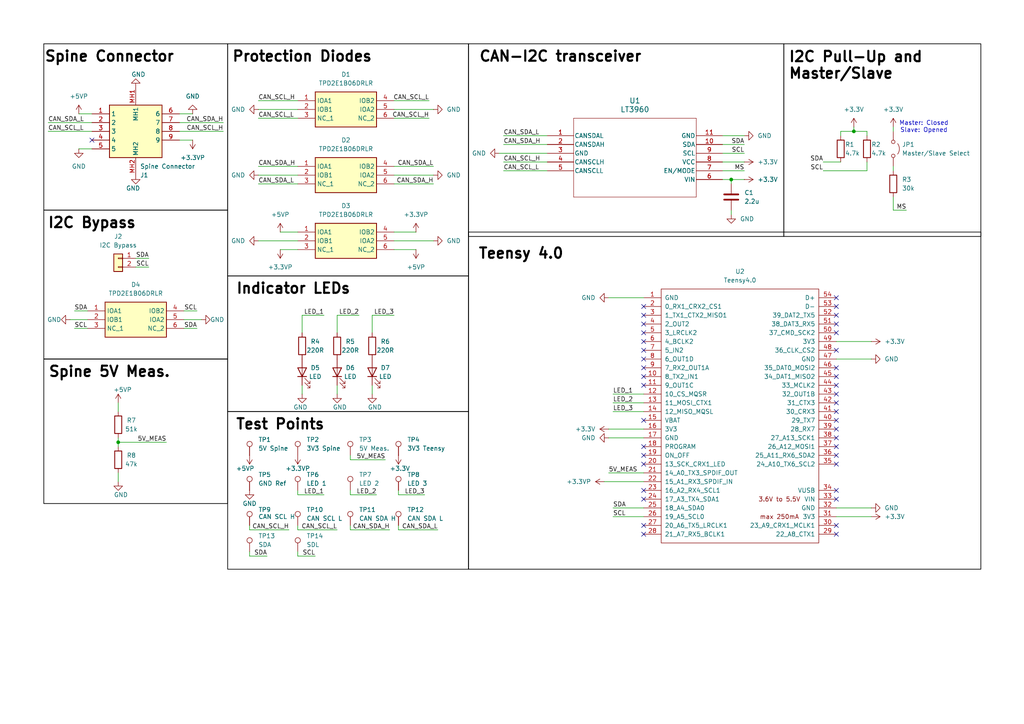
<source format=kicad_sch>
(kicad_sch (version 20231120) (generator "eeschema") (generator_version "8.0")
  (paper "A4")
  (title_block (title "Firehorn AV Test Support Equippment") (date "2024"))
  (lib_symbols
    (symbol "Connector:TestPoint" (pin_numbers hide) (pin_names (offset 0.762) hide)
      (property "Reference" "TP" (at 0 6.858 0))
      (property "Value" "TestPoint" (at 0 5.08 0))
      (symbol "TestPoint_0_1"
        (circle (center 0 3.302) (radius 0.762))
      )
      (symbol "TestPoint_1_1"
        (pin passive line (at 0 0 90) (length 2.54) (name "1") (number "1"))
      )
    )
    (symbol "Connector_Generic:Conn_01x02" (pin_names (offset 1.016) hide)
      (property "Reference" "J" (at 0 2.54 0))
      (property "Value" "Conn_01x02" (at 0 -5.08 0))
      (symbol "Conn_01x02_1_1"
        (rectangle (start -1.27 -2.413) (end 0 -2.667) (stroke (width 0.1524)))
        (rectangle (start -1.27 0.127) (end 0 -0.127) (stroke (width 0.1524)))
        (rectangle (start -1.27 1.27) (end 1.27 -3.81) (stroke (width 0.254)) (fill (type background)))
        (pin passive line (at -5.08 0 0) (length 3.81) (name "Pin_1") (number "1"))
        (pin passive line (at -5.08 -2.54 0) (length 3.81) (name "Pin_2") (number "2"))
      )
    )
    (symbol "Device:C" (pin_numbers hide) (pin_names (offset 0.254))
      (property "Reference" "C" (at 0.635 2.54 0))
      (property "Value" "C" (at 0.635 -2.54 0))
      (symbol "C_0_1"
        (polyline (pts (xy -2.032 -0.762) (xy 2.032 -0.762)) (stroke (width 0.508)))
        (polyline (pts (xy -2.032 0.762) (xy 2.032 0.762)) (stroke (width 0.508)))
      )
      (symbol "C_1_1"
        (pin passive line (at 0 3.81 270) (length 2.794) (name "~") (number "1"))
        (pin passive line (at 0 -3.81 90) (length 2.794) (name "~") (number "2"))
      )
    )
    (symbol "Device:LED" (pin_numbers hide) (pin_names (offset 1.016) hide)
      (property "Reference" "D" (at 0 2.54 0))
      (property "Value" "LED" (at 0 -2.54 0))
      (symbol "LED_0_1"
        (polyline (pts (xy -1.27 -1.27) (xy -1.27 1.27)) (stroke (width 0.254)))
        (polyline (pts (xy -1.27 0) (xy 1.27 0)))
        (polyline (pts (xy 1.27 -1.27) (xy 1.27 1.27) (xy -1.27 0) (xy 1.27 -1.27)) (stroke (width 0.254)))
        (polyline (pts (xy -3.048 -0.762) (xy -4.572 -2.286) (xy -3.81 -2.286) (xy -4.572 -2.286) (xy -4.572 -1.524)))
        (polyline (pts (xy -1.778 -0.762) (xy -3.302 -2.286) (xy -2.54 -2.286) (xy -3.302 -2.286) (xy -3.302 -1.524)))
      )
      (symbol "LED_1_1"
        (pin passive line (at -3.81 0 0) (length 2.54) (name "K") (number "1"))
        (pin passive line (at 3.81 0 180) (length 2.54) (name "A") (number "2"))
      )
    )
    (symbol "Device:R" (pin_numbers hide) (pin_names (offset 0))
      (property "Reference" "R" (at 2.032 0 90))
      (property "Value" "R" (at 0 0 90))
      (symbol "R_0_1"
        (rectangle (start -1.016 -2.54) (end 1.016 2.54) (stroke (width 0.254)))
      )
      (symbol "R_1_1"
        (pin passive line (at 0 3.81 270) (length 1.27) (name "~") (number "1"))
        (pin passive line (at 0 -3.81 90) (length 1.27) (name "~") (number "2"))
      )
    )
    (symbol "G17C0910132EU:G17C0910132EU"
      (property "Reference" "J" (at 21.59 12.7 0))
      (property "Value" "G17C0910132EU" (at 21.59 10.16 0))
      (symbol "G17C0910132EU_1_1"
        (rectangle (start 5.08 7.62) (end 20.32 -7.62) (stroke (width 0.254)) (fill (type background)))
        (pin passive line (at 7.62 12.7 270) (length 5.08) (name "1") (number "1"))
        (pin passive line (at 10.16 12.7 270) (length 5.08) (name "2") (number "2"))
        (pin passive line (at 12.7 12.7 270) (length 5.08) (name "3") (number "3"))
        (pin passive line (at 15.24 12.7 270) (length 5.08) (name "4") (number "4"))
        (pin passive line (at 17.78 12.7 270) (length 5.08) (name "5") (number "5"))
        (pin passive line (at 7.62 -12.7 90) (length 5.08) (name "6") (number "6"))
        (pin passive line (at 10.16 -12.7 90) (length 5.08) (name "7") (number "7"))
        (pin passive line (at 12.7 -12.7 90) (length 5.08) (name "8") (number "8"))
        (pin passive line (at 15.24 -12.7 90) (length 5.08) (name "9") (number "9"))
        (pin passive line (at 0 0 0) (length 5.08) (name "MH1") (number "MH1"))
        (pin passive line (at 25.4 0 180) (length 5.08) (name "MH2") (number "MH2"))
      )
    )
    (symbol "Jumper:Jumper_2_Open" (pin_numbers hide) (pin_names (offset 0) hide) (exclude_from_sim yes)
      (property "Reference" "JP" (at 0 2.794 0))
      (property "Value" "Jumper_2_Open" (at 0 -2.286 0))
      (symbol "Jumper_2_Open_0_0"
        (circle (center -2.032 0) (radius 0.508))
        (circle (center 2.032 0) (radius 0.508))
      )
      (symbol "Jumper_2_Open_0_1"
        (arc (start 1.524 1.27) (mid 0 1.778) (end -1.524 1.27))
      )
      (symbol "Jumper_2_Open_1_1"
        (pin passive line (at -5.08 0 0) (length 2.54) (name "A") (number "1"))
        (pin passive line (at 5.08 0 180) (length 2.54) (name "B") (number "2"))
      )
    )
    (symbol "LT3960:LT3960" (pin_names (offset 0.254))
      (property "Reference" "U" (at 25.4 10.16 0))
      (property "Value" "LT3960" (at 25.4 7.62 0))
      (symbol "LT3960_0_1"
        (polyline (pts (xy 7.62 -17.78) (xy 43.18 -17.78)) (stroke (width 0.127)))
        (polyline (pts (xy 7.62 5.08) (xy 7.62 -17.78)) (stroke (width 0.127)))
        (polyline (pts (xy 43.18 -17.78) (xy 43.18 5.08)) (stroke (width 0.127)))
        (polyline (pts (xy 43.18 5.08) (xy 7.62 5.08)) (stroke (width 0.127)))
        (pin bidirectional line (at 0 0 0) (length 7.62) (name "CANSDAL") (number "1"))
        (pin bidirectional line (at 50.8 -2.54 180) (length 7.62) (name "SDA") (number "10"))
        (pin power_out line (at 50.8 0 180) (length 7.62) (name "GND") (number "11"))
        (pin bidirectional line (at 0 -2.54 0) (length 7.62) (name "CANSDAH") (number "2"))
        (pin power_out line (at 0 -5.08 0) (length 7.62) (name "GND") (number "3"))
        (pin bidirectional line (at 0 -7.62 0) (length 7.62) (name "CANSCLH") (number "4"))
        (pin bidirectional line (at 0 -10.16 0) (length 7.62) (name "CANSCLL") (number "5"))
        (pin power_in line (at 50.8 -12.7 180) (length 7.62) (name "VIN") (number "6"))
        (pin input line (at 50.8 -10.16 180) (length 7.62) (name "EN/MODE") (number "7"))
        (pin power_in line (at 50.8 -7.62 180) (length 7.62) (name "VCC") (number "8"))
        (pin bidirectional line (at 50.8 -5.08 180) (length 7.62) (name "SCL") (number "9"))
      )
    )
    (symbol "TPD2E1B06DRLR:TPD2E1B06DRLR"
      (property "Reference" "D" (at 24.13 7.62 0))
      (property "Value" "TPD2E1B06DRLR" (at 24.13 5.08 0))
      (symbol "TPD2E1B06DRLR_1_1"
        (rectangle (start 5.08 2.54) (end 22.86 -7.62) (stroke (width 0.254)) (fill (type background)))
        (pin passive line (at 0 0 0) (length 5.08) (name "IOA1") (number "1"))
        (pin passive line (at 0 -2.54 0) (length 5.08) (name "IOB1") (number "2"))
        (pin passive line (at 0 -5.08 0) (length 5.08) (name "NC_1") (number "3"))
        (pin passive line (at 27.94 0 180) (length 5.08) (name "IOB2") (number "4"))
        (pin passive line (at 27.94 -2.54 180) (length 5.08) (name "IOA2") (number "5"))
        (pin passive line (at 27.94 -5.08 180) (length 5.08) (name "NC_2") (number "6"))
      )
    )
    (symbol "Teensy:Teensy4.0" (pin_names (offset 1.016))
      (property "Reference" "U" (at 0 39.37 0))
      (property "Value" "Teensy4.0" (at 0 -39.37 0))
      (symbol "Teensy4.0_0_0"
        (text "3.6V to 5.5V" (at 11.43 -24.13 0) (effects (font (size 1.27 1.27))))
        (text "max 250mA" (at 11.43 -29.21 0) (effects (font (size 1.27 1.27))))
        (pin bidirectional line (at -27.94 11.43 0) (length 5.08) (name "8_TX2_IN1") (number "10"))
        (pin bidirectional line (at -27.94 8.89 0) (length 5.08) (name "9_OUT1C") (number "11"))
        (pin bidirectional line (at -27.94 6.35 0) (length 5.08) (name "10_CS_MQSR") (number "12"))
        (pin bidirectional line (at -27.94 3.81 0) (length 5.08) (name "11_MOSI_CTX1") (number "13"))
        (pin bidirectional line (at -27.94 1.27 0) (length 5.08) (name "12_MISO_MQSL") (number "14"))
        (pin power_in line (at -27.94 -1.27 0) (length 5.08) (name "VBAT") (number "15"))
        (pin power_in line (at -27.94 -3.81 0) (length 5.08) (name "3V3") (number "16"))
        (pin power_in line (at -27.94 -6.35 0) (length 5.08) (name "GND") (number "17"))
        (pin input line (at -27.94 -8.89 0) (length 5.08) (name "PROGRAM") (number "18"))
        (pin input line (at -27.94 -11.43 0) (length 5.08) (name "ON_OFF") (number "19"))
        (pin bidirectional line (at -27.94 -13.97 0) (length 5.08) (name "13_SCK_CRX1_LED") (number "20"))
        (pin bidirectional line (at -27.94 -16.51 0) (length 5.08) (name "14_A0_TX3_SPDIF_OUT") (number "21"))
        (pin bidirectional line (at -27.94 -19.05 0) (length 5.08) (name "15_A1_RX3_SPDIF_IN") (number "22"))
        (pin bidirectional line (at -27.94 -21.59 0) (length 5.08) (name "16_A2_RX4_SCL1") (number "23"))
        (pin bidirectional line (at -27.94 -24.13 0) (length 5.08) (name "17_A3_TX4_SDA1") (number "24"))
        (pin bidirectional line (at -27.94 -26.67 0) (length 5.08) (name "18_A4_SDA0") (number "25"))
        (pin bidirectional line (at -27.94 -29.21 0) (length 5.08) (name "19_A5_SCL0") (number "26"))
        (pin bidirectional line (at -27.94 -31.75 0) (length 5.08) (name "20_A6_TX5_LRCLK1") (number "27"))
        (pin bidirectional line (at -27.94 -34.29 0) (length 5.08) (name "21_A7_RX5_BCLK1") (number "28"))
        (pin bidirectional line (at 27.94 -34.29 180) (length 5.08) (name "22_A8_CTX1") (number "29"))
        (pin bidirectional line (at 27.94 -31.75 180) (length 5.08) (name "23_A9_CRX1_MCLK1") (number "30"))
        (pin power_out line (at 27.94 -29.21 180) (length 5.08) (name "3V3") (number "31"))
        (pin power_in line (at 27.94 -26.67 180) (length 5.08) (name "GND") (number "32"))
        (pin power_in line (at 27.94 -24.13 180) (length 5.08) (name "VIN") (number "33"))
        (pin power_out line (at 27.94 -21.59 180) (length 5.08) (name "VUSB") (number "34"))
        (pin bidirectional line (at 27.94 -13.97 180) (length 5.08) (name "24_A10_TX6_SCL2") (number "35"))
        (pin bidirectional line (at 27.94 -11.43 180) (length 5.08) (name "25_A11_RX6_SDA2") (number "36"))
        (pin bidirectional line (at 27.94 -8.89 180) (length 5.08) (name "26_A12_MOSI1") (number "37"))
        (pin bidirectional line (at 27.94 -6.35 180) (length 5.08) (name "27_A13_SCK1") (number "38"))
        (pin bidirectional line (at 27.94 -3.81 180) (length 5.08) (name "28_RX7") (number "39"))
        (pin bidirectional line (at 27.94 -1.27 180) (length 5.08) (name "29_TX7") (number "40"))
        (pin bidirectional line (at 27.94 1.27 180) (length 5.08) (name "30_CRX3") (number "41"))
        (pin bidirectional line (at 27.94 3.81 180) (length 5.08) (name "31_CTX3") (number "42"))
        (pin bidirectional line (at 27.94 6.35 180) (length 5.08) (name "32_OUT1B") (number "43"))
        (pin bidirectional line (at 27.94 8.89 180) (length 5.08) (name "33_MCLK2") (number "44"))
        (pin bidirectional line (at 27.94 11.43 180) (length 5.08) (name "34_DAT1_MISO2") (number "45"))
        (pin bidirectional line (at 27.94 13.97 180) (length 5.08) (name "35_DAT0_MOSI2") (number "46"))
        (pin power_out line (at 27.94 16.51 180) (length 5.08) (name "GND") (number "47"))
        (pin bidirectional line (at 27.94 19.05 180) (length 5.08) (name "36_CLK_CS2") (number "48"))
        (pin power_out line (at 27.94 21.59 180) (length 5.08) (name "3V3") (number "49"))
        (pin bidirectional line (at -27.94 24.13 0) (length 5.08) (name "3_LRCLK2") (number "5"))
        (pin bidirectional line (at 27.94 24.13 180) (length 5.08) (name "37_CMD_SCK2") (number "50"))
        (pin bidirectional line (at 27.94 26.67 180) (length 5.08) (name "38_DAT3_RX5") (number "51"))
        (pin bidirectional line (at 27.94 29.21 180) (length 5.08) (name "39_DAT2_TX5") (number "52"))
        (pin bidirectional line (at 27.94 31.75 180) (length 5.08) (name "D-") (number "53"))
        (pin bidirectional line (at 27.94 34.29 180) (length 5.08) (name "D+") (number "54"))
        (pin bidirectional line (at -27.94 21.59 0) (length 5.08) (name "4_BCLK2") (number "6"))
        (pin bidirectional line (at -27.94 19.05 0) (length 5.08) (name "5_IN2") (number "7"))
        (pin bidirectional line (at -27.94 16.51 0) (length 5.08) (name "6_OUT1D") (number "8"))
        (pin bidirectional line (at -27.94 13.97 0) (length 5.08) (name "7_RX2_OUT1A") (number "9"))
      )
      (symbol "Teensy4.0_0_1"
        (rectangle (start -22.86 36.83) (end 22.86 -36.83))
        (rectangle (start -20.32 -31.75) (end -20.32 -31.75))
      )
      (symbol "Teensy4.0_1_1"
        (pin power_in line (at -27.94 34.29 0) (length 5.08) (name "GND") (number "1"))
        (pin bidirectional line (at -27.94 31.75 0) (length 5.08) (name "0_RX1_CRX2_CS1") (number "2"))
        (pin bidirectional line (at -27.94 29.21 0) (length 5.08) (name "1_TX1_CTX2_MISO1") (number "3"))
        (pin bidirectional line (at -27.94 26.67 0) (length 5.08) (name "2_OUT2") (number "4"))
      )
    )
    (symbol "power:+3.3V" (power) (pin_numbers hide) (pin_names (offset 0) hide)
      (property "Value" "+3.3V" (at 0 3.556 0))
      (symbol "+3.3V_0_1"
        (polyline (pts (xy -0.762 1.27) (xy 0 2.54)))
        (polyline (pts (xy 0 0) (xy 0 2.54)))
        (polyline (pts (xy 0 2.54) (xy 0.762 1.27)))
      )
      (symbol "+3.3V_1_1"
        (pin power_in line (at 0 0 90) (length 0) (name "~") (number "1"))
      )
    )
    (symbol "power:+3.3VP" (power) (pin_numbers hide) (pin_names (offset 0) hide)
      (property "Value" "+3.3VP" (at 0 3.556 0))
      (symbol "+3.3VP_0_0"
        (pin power_in line (at 0 0 90) (length 0) (name "~") (number "1"))
      )
      (symbol "+3.3VP_0_1"
        (polyline (pts (xy -0.762 1.27) (xy 0 2.54)))
        (polyline (pts (xy 0 0) (xy 0 2.54)))
        (polyline (pts (xy 0 2.54) (xy 0.762 1.27)))
      )
    )
    (symbol "power:+5VP" (power) (pin_numbers hide) (pin_names (offset 0) hide)
      (property "Value" "+5VP" (at 0 3.556 0))
      (symbol "+5VP_0_1"
        (polyline (pts (xy -0.762 1.27) (xy 0 2.54)))
        (polyline (pts (xy 0 0) (xy 0 2.54)))
        (polyline (pts (xy 0 2.54) (xy 0.762 1.27)))
      )
      (symbol "+5VP_1_1"
        (pin power_in line (at 0 0 90) (length 0) (name "~") (number "1"))
      )
    )
    (symbol "power:GND" (power) (pin_numbers hide) (pin_names (offset 0) hide)
      (property "Value" "GND" (at 0 -3.81 0))
      (symbol "GND_0_1"
        (polyline (pts (xy 0 0) (xy 0 -1.27) (xy 1.27 -1.27) (xy 0 -2.54) (xy -1.27 -1.27) (xy 0 -1.27)))
      )
      (symbol "GND_1_1"
        (pin power_in line (at 0 0 270) (length 0) (name "~") (number "1"))
      )
    )
  )
  (junction (at 247.65 38.1))
  (junction (at 34.29 128.27))
  (junction (at 212.09 52.07))
  (no_connect (at 242.57 101.6))
  (no_connect (at 242.57 106.68))
  (no_connect (at 186.69 104.14))
  (no_connect (at 186.69 134.62))
  (no_connect (at 242.57 116.84))
  (no_connect (at 242.57 96.52))
  (no_connect (at 242.57 86.36))
  (no_connect (at 186.69 109.22))
  (no_connect (at 186.69 142.24))
  (no_connect (at 242.57 134.62))
  (no_connect (at 242.57 152.4))
  (no_connect (at 186.69 111.76))
  (no_connect (at 242.57 91.44))
  (no_connect (at 242.57 144.78))
  (no_connect (at 242.57 121.92))
  (no_connect (at 242.57 154.94))
  (no_connect (at 242.57 119.38))
  (no_connect (at 186.69 99.06))
  (no_connect (at 186.69 106.68))
  (no_connect (at 242.57 142.24))
  (no_connect (at 186.69 152.4))
  (no_connect (at 186.69 93.98))
  (no_connect (at 186.69 91.44))
  (no_connect (at 242.57 132.08))
  (no_connect (at 242.57 109.22))
  (no_connect (at 186.69 96.52))
  (no_connect (at 242.57 129.54))
  (no_connect (at 186.69 154.94))
  (no_connect (at 186.69 132.08))
  (no_connect (at 186.69 101.6))
  (no_connect (at 242.57 88.9))
  (no_connect (at 242.57 127))
  (no_connect (at 186.69 88.9))
  (no_connect (at 186.69 129.54))
  (no_connect (at 186.69 121.92))
  (no_connect (at 26.67 40.64))
  (no_connect (at 242.57 124.46))
  (no_connect (at 242.57 111.76))
  (no_connect (at 242.57 114.3))
  (no_connect (at 242.57 93.98))
  (no_connect (at 186.69 144.78))
  (wire (pts (xy 74.93 48.26) (xy 86.36 48.26)))
  (wire (pts (xy 251.46 38.1) (xy 251.46 39.37)))
  (wire (pts (xy 58.42 92.71) (xy 53.34 92.71)))
  (wire (pts (xy 251.46 49.53) (xy 251.46 46.99)))
  (wire (pts (xy 120.65 67.31) (xy 114.3 67.31)))
  (wire (pts (xy 48.26 128.27) (xy 34.29 128.27)))
  (wire (pts (xy 43.18 74.93) (xy 39.37 74.93)))
  (wire (pts (xy 247.65 38.1) (xy 251.46 38.1)))
  (wire (pts (xy 101.6 143.51) (xy 101.6 142.24)))
  (wire (pts (xy 22.86 43.18) (xy 26.67 43.18)))
  (wire (pts (xy 124.46 34.29) (xy 114.3 34.29)))
  (wire (pts (xy 97.79 153.67) (xy 86.36 153.67)))
  (wire (pts (xy 104.14 91.44) (xy 97.79 91.44)))
  (wire (pts (xy 252.73 104.14) (xy 242.57 104.14)))
  (wire (pts (xy 259.08 60.96) (xy 262.89 60.96)))
  (wire (pts (xy 101.6 133.35) (xy 101.6 132.08)))
  (wire (pts (xy 125.73 31.75) (xy 114.3 31.75)))
  (wire (pts (xy 21.59 95.25) (xy 25.4 95.25)))
  (wire (pts (xy 252.73 99.06) (xy 242.57 99.06)))
  (wire (pts (xy 144.78 44.45) (xy 158.75 44.45)))
  (wire (pts (xy 259.08 57.15) (xy 259.08 60.96)))
  (wire (pts (xy 247.65 36.83) (xy 247.65 38.1)))
  (wire (pts (xy 125.73 69.85) (xy 114.3 69.85)))
  (wire (pts (xy 13.97 38.1) (xy 26.67 38.1)))
  (wire (pts (xy 55.88 40.64) (xy 52.07 40.64)))
  (wire (pts (xy 238.76 46.99) (xy 243.84 46.99)))
  (wire (pts (xy 209.55 49.53) (xy 215.9 49.53)))
  (wire (pts (xy 115.57 152.4) (xy 115.57 153.67)))
  (wire (pts (xy 34.29 116.84) (xy 34.29 119.38)))
  (wire (pts (xy 243.84 38.1) (xy 243.84 39.37)))
  (wire (pts (xy 238.76 49.53) (xy 251.46 49.53)))
  (wire (pts (xy 93.98 91.44) (xy 87.63 91.44)))
  (wire (pts (xy 97.79 114.3) (xy 97.79 111.76)))
  (wire (pts (xy 74.93 29.21) (xy 86.36 29.21)))
  (wire (pts (xy 74.93 69.85) (xy 86.36 69.85)))
  (wire (pts (xy 215.9 39.37) (xy 209.55 39.37)))
  (wire (pts (xy 86.36 153.67) (xy 86.36 152.4)))
  (wire (pts (xy 176.53 124.46) (xy 186.69 124.46)))
  (wire (pts (xy 120.65 72.39) (xy 114.3 72.39)))
  (wire (pts (xy 146.05 41.91) (xy 158.75 41.91)))
  (wire (pts (xy 34.29 128.27) (xy 34.29 127)))
  (wire (pts (xy 81.28 67.31) (xy 86.36 67.31)))
  (wire (pts (xy 243.84 38.1) (xy 247.65 38.1)))
  (wire (pts (xy 74.93 50.8) (xy 86.36 50.8)))
  (wire (pts (xy 81.28 72.39) (xy 86.36 72.39)))
  (wire (pts (xy 123.19 143.51) (xy 115.57 143.51)))
  (wire (pts (xy 87.63 91.44) (xy 87.63 96.52)))
  (wire (pts (xy 72.39 153.67) (xy 83.82 153.67)))
  (wire (pts (xy 21.59 90.17) (xy 25.4 90.17)))
  (wire (pts (xy 107.95 114.3) (xy 107.95 111.76)))
  (wire (pts (xy 93.98 143.51) (xy 86.36 143.51)))
  (wire (pts (xy 177.8 119.38) (xy 186.69 119.38)))
  (wire (pts (xy 259.08 49.53) (xy 259.08 48.26)))
  (wire (pts (xy 64.77 38.1) (xy 52.07 38.1)))
  (wire (pts (xy 125.73 50.8) (xy 114.3 50.8)))
  (wire (pts (xy 146.05 49.53) (xy 158.75 49.53)))
  (wire (pts (xy 74.93 34.29) (xy 86.36 34.29)))
  (wire (pts (xy 101.6 152.4) (xy 101.6 153.67)))
  (wire (pts (xy 111.76 133.35) (xy 101.6 133.35)))
  (wire (pts (xy 125.73 53.34) (xy 114.3 53.34)))
  (wire (pts (xy 176.53 86.36) (xy 186.69 86.36)))
  (wire (pts (xy 64.77 35.56) (xy 52.07 35.56)))
  (wire (pts (xy 215.9 44.45) (xy 209.55 44.45)))
  (wire (pts (xy 212.09 52.07) (xy 212.09 53.34)))
  (wire (pts (xy 259.08 36.83) (xy 259.08 38.1)))
  (wire (pts (xy 114.3 29.21) (xy 124.46 29.21)))
  (wire (pts (xy 34.29 139.7) (xy 34.29 137.16)))
  (wire (pts (xy 22.86 33.02) (xy 26.67 33.02)))
  (wire (pts (xy 215.9 46.99) (xy 209.55 46.99)))
  (wire (pts (xy 77.47 161.29) (xy 72.39 161.29)))
  (wire (pts (xy 215.9 41.91) (xy 209.55 41.91)))
  (wire (pts (xy 74.93 53.34) (xy 86.36 53.34)))
  (wire (pts (xy 115.57 143.51) (xy 115.57 142.24)))
  (wire (pts (xy 177.8 149.86) (xy 186.69 149.86)))
  (wire (pts (xy 87.63 114.3) (xy 87.63 111.76)))
  (wire (pts (xy 146.05 46.99) (xy 158.75 46.99)))
  (wire (pts (xy 97.79 91.44) (xy 97.79 96.52)))
  (wire (pts (xy 86.36 143.51) (xy 86.36 142.24)))
  (wire (pts (xy 175.26 139.7) (xy 186.69 139.7)))
  (wire (pts (xy 109.22 143.51) (xy 101.6 143.51)))
  (wire (pts (xy 252.73 149.86) (xy 242.57 149.86)))
  (wire (pts (xy 20.32 92.71) (xy 25.4 92.71)))
  (wire (pts (xy 209.55 52.07) (xy 212.09 52.07)))
  (wire (pts (xy 212.09 60.96) (xy 212.09 62.23)))
  (wire (pts (xy 26.67 35.56) (xy 13.97 35.56)))
  (wire (pts (xy 57.15 90.17) (xy 53.34 90.17)))
  (wire (pts (xy 212.09 52.07) (xy 215.9 52.07)))
  (wire (pts (xy 176.53 127) (xy 186.69 127)))
  (wire (pts (xy 53.34 95.25) (xy 57.15 95.25)))
  (wire (pts (xy 91.44 161.29) (xy 86.36 161.29)))
  (wire (pts (xy 125.73 48.26) (xy 114.3 48.26)))
  (wire (pts (xy 252.73 147.32) (xy 242.57 147.32)))
  (wire (pts (xy 114.3 91.44) (xy 107.95 91.44)))
  (wire (pts (xy 72.39 161.29) (xy 72.39 160.02)))
  (wire (pts (xy 177.8 116.84) (xy 186.69 116.84)))
  (wire (pts (xy 72.39 153.67) (xy 72.39 152.4)))
  (wire (pts (xy 177.8 114.3) (xy 186.69 114.3)))
  (wire (pts (xy 55.88 33.02) (xy 52.07 33.02)))
  (wire (pts (xy 101.6 153.67) (xy 113.03 153.67)))
  (wire (pts (xy 146.05 39.37) (xy 158.75 39.37)))
  (wire (pts (xy 176.53 137.16) (xy 186.69 137.16)))
  (wire (pts (xy 34.29 129.54) (xy 34.29 128.27)))
  (wire (pts (xy 86.36 161.29) (xy 86.36 160.02)))
  (wire (pts (xy 177.8 147.32) (xy 186.69 147.32)))
  (wire (pts (xy 115.57 153.67) (xy 127 153.67)))
  (wire (pts (xy 74.93 31.75) (xy 86.36 31.75)))
  (wire (pts (xy 43.18 77.47) (xy 39.37 77.47)))
  (wire (pts (xy 107.95 91.44) (xy 107.95 96.52)))
  (rectangle (start 66.04 119.38) (end 135.89 165.1) (stroke (width 0.2) (color 0 0 0 1)))
  (rectangle (start 66.04 80.01) (end 135.89 119.38) (stroke (width 0.2) (color 0 0 0 1)))
  (rectangle (start 12.7 60.96) (end 66.04 104.14) (stroke (width 0.2) (color 0 0 0 1)))
  (rectangle (start 227.33 12.7) (end 284.48 68.58) (stroke (width 0.2) (color 0 0 0 1)))
  (rectangle (start 135.89 67.31) (end 284.48 165.1) (stroke (width 0.2) (color 0 0 0 1)))
  (rectangle (start 12.7 12.7) (end 66.04 60.96) (stroke (width 0.2) (color 0 0 0 1)))
  (rectangle (start 135.89 12.7) (end 227.33 68.58) (stroke (width 0.2) (color 0 0 0 1)))
  (rectangle (start 66.04 12.7) (end 135.89 80.01) (stroke (width 0.2) (color 0 0 0 1)))
  (rectangle (start 12.7 104.14) (end 66.04 146.05) (stroke (width 0.2) (color 0 0 0 1)))
  (text "Spine Connector" (at 31.75 16.51 0) (effects (font (size 3 3) (thickness 0.6) (bold yes))))
  (text "Protection Diodes" (at 87.63 16.51 0) (effects (font (size 3 3) (thickness 0.6) (bold yes))))
  (text "I2C Pull-Up and\nMaster/Slave" (at 228.6 19.05 0) (effects (font (size 3 3) (thickness 0.6) (bold yes)) (justify left)))
  (text "I2C Bypass" (at 26.67 64.77 0) (effects (font (size 3 3) (thickness 0.6) (bold yes))))
  (text "Master: Closed\nSlave: Opened" (at 267.97 36.83 0) (effects (font (size 1.27 1.27))))
  (text "Test Points\n" (at 81.28 123.19 0) (effects (font (size 3 3) (thickness 0.6) (bold yes))))
  (text "Indicator LEDs" (at 85.09 83.82 0) (effects (font (size 3 3) (thickness 0.6) (bold yes))))
  (text "CAN-I2C transceiver" (at 162.56 16.51 0) (effects (font (size 3 3) (thickness 0.6) (bold yes))))
  (text "Teensy 4.0" (at 151.13 73.66 0) (effects (font (size 3 3) (thickness 0.6) (bold yes))))
  (text "Spine 5V Meas.\n" (at 31.75 107.95 0) (effects (font (size 3 3) (thickness 0.6) (bold yes))))
  (label "CAN_SDA_H" (at 64.77 35.56 180))
  (label "SDA" (at 21.59 90.17 0))
  (label "SDA" (at 57.15 95.25 180))
  (label "SDA" (at 43.18 74.93 180))
  (label "SDA" (at 77.47 161.29 180))
  (label "SCL" (at 238.76 49.53 180))
  (label "SCL" (at 215.9 44.45 180))
  (label "LED_1" (at 93.98 91.44 180))
  (label "CAN_SCL_H" (at 124.46 34.29 180))
  (label "CAN_SCL_L" (at 13.97 38.1 0))
  (label "LED_1" (at 177.8 114.3 0))
  (label "LED_3" (at 123.19 143.51 180))
  (label "SDA" (at 238.76 46.99 180))
  (label "CAN_SDA_H" (at 113.03 153.67 180))
  (label "LED_2" (at 177.8 116.84 0))
  (label "5V_MEAS" (at 111.76 133.35 180))
  (label "SDA" (at 177.8 147.32 0))
  (label "LED_3" (at 177.8 119.38 0))
  (label "LED_3" (at 114.3 91.44 180))
  (label "CAN_SDA_L" (at 74.93 53.34 0))
  (label "SDA" (at 215.9 41.91 180))
  (label "LED_1" (at 93.98 143.51 180))
  (label "CAN_SDA_H" (at 125.73 53.34 180))
  (label "CAN_SCL_H" (at 74.93 29.21 0))
  (label "SCL" (at 91.44 161.29 180))
  (label "MS" (at 215.9 49.53 180))
  (label "CAN_SDA_H" (at 146.05 41.91 0))
  (label "CAN_SCL_H" (at 83.82 153.67 180))
  (label "CAN_SDA_L" (at 127 153.67 180))
  (label "5V_MEAS" (at 48.26 128.27 180))
  (label "CAN_SCL_H" (at 146.05 46.99 0))
  (label "5V_MEAS" (at 176.53 137.16 0))
  (label "MS" (at 262.89 60.96 180))
  (label "CAN_SCL_L" (at 97.79 153.67 180))
  (label "SCL" (at 21.59 95.25 0))
  (label "SCL" (at 177.8 149.86 0))
  (label "LED_2" (at 104.14 91.44 180))
  (label "LED_2" (at 109.22 143.51 180))
  (label "CAN_SDA_L" (at 146.05 39.37 0))
  (label "CAN_SCL_L" (at 74.93 34.29 0))
  (label "CAN_SCL_L" (at 124.46 29.21 180))
  (label "CAN_SDA_L" (at 13.97 35.56 0))
  (label "CAN_SDA_L" (at 125.73 48.26 180))
  (label "CAN_SCL_L" (at 146.05 49.53 0))
  (label "CAN_SDA_H" (at 74.93 48.26 0))
  (label "SCL" (at 43.18 77.47 180))
  (label "SCL" (at 57.15 90.17 180))
  (label "CAN_SCL_H" (at 64.77 38.1 180))
  (symbol (lib_id "power:+3.3V") (at 176.53 124.46 90) (mirror x) (unit 1)
    (property "Reference" "#PWR033" (effects (hide yes)))
    (property "Value" "+3.3V" (at 172.72 124.4599 90) (effects (justify left)))
    (property "Description" "Power symbol creates a global label with name \"+3.3V\"" (effects (hide yes)))
  )
  (symbol (lib_id "power:GND") (at 144.78 44.45 270) (unit 1)
    (property "Reference" "#PWR011" (effects (hide yes)))
    (property "Value" "GND" (at 140.97 44.4499 90) (effects (justify right)))
    (property "Description" "Power symbol creates a global label with name \"GND\" , ground" (effects (hide yes)))
  )
  (symbol (lib_id "Device:LED") (at 97.79 107.95 90) (unit 1)
    (property "Reference" "D6" (at 101.6 106.68 90))
    (property "Value" "LED" (at 101.6 109.22 90))
    (property "Footprint" "LED_SMD:LED_0805_2012Metric" (effects (hide yes)))
    (property "Description" "Light emitting diode" (effects (hide yes)))
  )
  (symbol (lib_id "TPD2E1B06DRLR:TPD2E1B06DRLR") (at 86.36 29.21 0) (unit 1)
    (property "Reference" "D1" (at 100.33 21.59 0))
    (property "Value" "TPD2E1B06DRLR" (at 100.33 24.13 0))
    (property "Footprint" "TPD2E1B06DRLR:SOTFL50P160X60-6N" (effects (hide yes)))
    (property "Datasheet" "http://www.ti.com/lit/gpn/tpd2e1b06" (effects (hide yes)))
    (property "Description" "2-Channel System-Level ESD Protection Device for USB Interfaces" (effects (hide yes)))
  )
  (symbol (lib_id "power:GND") (at 176.53 86.36 270) (mirror x) (unit 1)
    (property "Reference" "#PWR024" (effects (hide yes)))
    (property "Value" "GND" (at 172.72 86.3599 90) (effects (justify right)))
    (property "Description" "Power symbol creates a global label with name \"GND\" , ground" (effects (hide yes)))
  )
  (symbol (lib_id "power:+5VP") (at 22.86 33.02 0) (mirror y) (unit 1)
    (property "Reference" "#PWR04" (effects (hide yes)))
    (property "Value" "+5VP" (at 22.86 27.94 0))
    (property "Description" "Power symbol creates a global label with name \"+5VP\"" (effects (hide yes)))
  )
  (symbol (lib_id "Connector:TestPoint") (at 101.6 152.4 0) (unit 1)
    (property "Reference" "TP11" (at 104.14 147.8279 0) (effects (justify left)))
    (property "Value" "CAN SDA H" (at 104.14 150.3679 0) (effects (justify left)))
    (property "Footprint" "TestPoint:TestPoint_Loop_D3.80mm_Drill2.5mm" (effects (hide yes)))
    (property "Description" "test point" (effects (hide yes)))
  )
  (symbol (lib_id "Jumper:Jumper_2_Open") (at 259.08 43.18 270) (unit 1) (exclude_from_sim yes)
    (property "Reference" "JP1" (at 261.62 41.9099 90) (effects (justify left)))
    (property "Value" "Master/Slave Select" (at 261.62 44.4499 90) (effects (justify left)))
    (property "Footprint" "Connector_PinHeader_2.00mm:PinHeader_1x02_P2.00mm_Vertical" (effects (hide yes)))
    (property "Description" "Jumper, 2-pole, open" (effects (hide yes)))
  )
  (symbol (lib_id "power:GND") (at 125.73 31.75 90) (mirror x) (unit 1)
    (property "Reference" "#PWR03" (effects (hide yes)))
    (property "Value" "GND" (at 129.54 31.7501 90) (effects (justify right)))
    (property "Description" "Power symbol creates a global label with name \"GND\" , ground" (effects (hide yes)))
  )
  (symbol (lib_id "power:GND") (at 20.32 92.71 270) (mirror x) (unit 1)
    (property "Reference" "#PWR025" (effects (hide yes)))
    (property "Value" "GND" (at 17.78 92.71 90) (effects (justify right)))
    (property "Description" "Power symbol creates a global label with name \"GND\" , ground" (effects (hide yes)))
  )
  (symbol (lib_id "Device:R") (at 97.79 100.33 180) (unit 1)
    (property "Reference" "R5" (at 101.6 99.06 0))
    (property "Value" "220R" (at 101.6 101.6 0))
    (property "Footprint" "Resistor_SMD:R_0805_2012Metric_Pad1.20x1.40mm_HandSolder" (effects (hide yes)))
    (property "Description" "Resistor" (effects (hide yes)))
  )
  (symbol (lib_id "Device:LED") (at 87.63 107.95 90) (unit 1)
    (property "Reference" "D5" (at 91.44 106.68 90))
    (property "Value" "LED" (at 91.44 109.22 90))
    (property "Footprint" "LED_SMD:LED_0805_2012Metric" (effects (hide yes)))
    (property "Description" "Light emitting diode" (effects (hide yes)))
  )
  (symbol (lib_id "power:GND") (at 22.86 43.18 0) (unit 1)
    (property "Reference" "#PWR010" (effects (hide yes)))
    (property "Value" "GND" (at 22.86 48.26 0))
    (property "Description" "Power symbol creates a global label with name \"GND\" , ground" (effects (hide yes)))
  )
  (symbol (lib_id "power:GND") (at 107.95 114.3 0) (mirror y) (unit 1)
    (property "Reference" "#PWR031" (effects (hide yes)))
    (property "Value" "GND" (at 106.68 118.11 0) (effects (justify right)))
    (property "Description" "Power symbol creates a global label with name \"GND\" , ground" (effects (hide yes)))
  )
  (symbol (lib_id "power:GND") (at 97.79 114.3 0) (mirror y) (unit 1)
    (property "Reference" "#PWR030" (effects (hide yes)))
    (property "Value" "GND" (at 96.52 118.11 0) (effects (justify right)))
    (property "Description" "Power symbol creates a global label with name \"GND\" , ground" (effects (hide yes)))
  )
  (symbol (lib_id "power:GND") (at 58.42 92.71 90) (mirror x) (unit 1)
    (property "Reference" "#PWR026" (effects (hide yes)))
    (property "Value" "GND" (at 60.96 92.71 90) (effects (justify right)))
    (property "Description" "Power symbol creates a global label with name \"GND\" , ground" (effects (hide yes)))
  )
  (symbol (lib_id "Connector:TestPoint") (at 72.39 152.4 0) (unit 1)
    (property "Reference" "TP9" (at 74.93 147.8279 0) (effects (justify left)))
    (property "Value" "CAN SCL H" (at 74.93 149.86 0) (effects (justify left)))
    (property "Footprint" "TestPoint:TestPoint_Loop_D3.80mm_Drill2.5mm" (effects (hide yes)))
    (property "Description" "test point" (effects (hide yes)))
  )
  (symbol (lib_id "power:+3.3V") (at 259.08 36.83 0) (unit 1)
    (property "Reference" "#PWR07" (effects (hide yes)))
    (property "Value" "+3.3V" (at 259.08 31.75 0))
    (property "Description" "Power symbol creates a global label with name \"+3.3V\"" (effects (hide yes)))
  )
  (symbol (lib_id "Connector:TestPoint") (at 86.36 142.24 0) (unit 1)
    (property "Reference" "TP6" (at 88.9 137.6679 0) (effects (justify left)))
    (property "Value" "LED 1" (at 88.9 140.2079 0) (effects (justify left)))
    (property "Footprint" "TestPoint:TestPoint_Loop_D3.80mm_Drill2.5mm" (effects (hide yes)))
    (property "Description" "test point" (effects (hide yes)))
  )
  (symbol (lib_id "Device:LED") (at 107.95 107.95 90) (unit 1)
    (property "Reference" "D7" (at 111.76 106.68 90))
    (property "Value" "LED" (at 111.76 109.22 90))
    (property "Footprint" "LED_SMD:LED_0805_2012Metric" (effects (hide yes)))
    (property "Description" "Light emitting diode" (effects (hide yes)))
  )
  (symbol (lib_id "power:GND") (at 212.09 62.23 0) (unit 1)
    (property "Reference" "#PWR017" (effects (hide yes)))
    (property "Value" "GND" (at 214.63 63.4999 0) (effects (justify left)))
  )
  (symbol (lib_id "Device:R") (at 243.84 43.18 0) (unit 1)
    (property "Reference" "R1" (at 245.11 41.91 0) (effects (justify left)))
    (property "Value" "4.7k" (at 245.11 44.45 0) (effects (justify left)))
    (property "Footprint" "Resistor_SMD:R_0805_2012Metric_Pad1.20x1.40mm_HandSolder" (effects (hide yes)))
  )
  (symbol (lib_id "power:GND") (at 252.73 147.32 90) (mirror x) (unit 1)
    (property "Reference" "#PWR041" (effects (hide yes)))
    (property "Value" "GND" (at 256.54 147.3201 90) (effects (justify right)))
    (property "Description" "Power symbol creates a global label with name \"GND\" , ground" (effects (hide yes)))
  )
  (symbol (lib_id "power:+3.3V") (at 247.65 36.83 0) (unit 1)
    (property "Reference" "#PWR06" (effects (hide yes)))
    (property "Value" "+3.3V" (at 247.65 31.75 0))
    (property "Description" "Power symbol creates a global label with name \"+3.3V\"" (effects (hide yes)))
  )
  (symbol (lib_id "power:GND") (at 72.39 142.24 0) (unit 1)
    (property "Reference" "#PWR040" (effects (hide yes)))
    (property "Value" "GND" (at 72.39 146.05 0))
    (property "Description" "Power symbol creates a global label with name \"GND\" , ground" (effects (hide yes)))
  )
  (symbol (lib_id "power:GND") (at 125.73 50.8 90) (mirror x) (unit 1)
    (property "Reference" "#PWR015" (effects (hide yes)))
    (property "Value" "GND" (at 129.54 50.8001 90) (effects (justify right)))
    (property "Description" "Power symbol creates a global label with name \"GND\" , ground" (effects (hide yes)))
  )
  (symbol (lib_id "power:GND") (at 87.63 114.3 0) (mirror y) (unit 1)
    (property "Reference" "#PWR029" (effects (hide yes)))
    (property "Value" "GND" (at 85.09 118.11 0) (effects (justify right)))
    (property "Description" "Power symbol creates a global label with name \"GND\" , ground" (effects (hide yes)))
  )
  (symbol (lib_id "TPD2E1B06DRLR:TPD2E1B06DRLR") (at 86.36 67.31 0) (unit 1)
    (property "Reference" "D3" (at 100.33 59.69 0))
    (property "Value" "TPD2E1B06DRLR" (at 100.33 62.23 0))
    (property "Footprint" "TPD2E1B06DRLR:SOTFL50P160X60-6N" (effects (hide yes)))
    (property "Datasheet" "http://www.ti.com/lit/gpn/tpd2e1b06" (effects (hide yes)))
    (property "Description" "2-Channel System-Level ESD Protection Device for USB Interfaces" (effects (hide yes)))
    (property "Height" "0.6" (effects (hide yes)))
    (property "Mouser Part Number" "595-TPD2E1B06DRLR" (effects (hide yes)))
    (property "Mouser Price/Stock" "https://www.mouser.co.uk/ProductDetail/Texas-Instruments/TPD2E1B06DRLR?qs=xahoIJ7Tb4DMFivl%252BjotBg%3D%3D" (effects (hide yes)))
    (property "Manufacturer_Name" "Texas Instruments" (effects (hide yes)))
    (property "Manufacturer_Part_Number" "TPD2E1B06DRLR" (effects (hide yes)))
  )
  (symbol (lib_id "power:+5VP") (at 120.65 72.39 180) (unit 1)
    (property "Reference" "#PWR023" (effects (hide yes)))
    (property "Value" "+5VP" (at 120.65 77.47 0))
    (property "Description" "Power symbol creates a global label with name \"+5VP\"" (effects (hide yes)))
  )
  (symbol (lib_id "power:GND") (at 74.93 50.8 270) (mirror x) (unit 1)
    (property "Reference" "#PWR014" (effects (hide yes)))
    (property "Value" "GND" (at 71.12 50.7999 90) (effects (justify right)))
    (property "Description" "Power symbol creates a global label with name \"GND\" , ground" (effects (hide yes)))
  )
  (symbol (lib_id "power:+3.3VP") (at 175.26 139.7 90) (unit 1)
    (property "Reference" "#PWR039" (effects (hide yes)))
    (property "Value" "+3.3VP" (at 171.45 139.6999 90) (effects (justify left)))
    (property "Description" "Power symbol creates a global label with name \"+3.3VP\"" (effects (hide yes)))
  )
  (symbol (lib_id "power:+3.3V") (at 252.73 99.06 270) (unit 1)
    (property "Reference" "#PWR027" (effects (hide yes)))
    (property "Value" "+3.3V" (at 256.54 99.0599 90) (effects (justify left)))
    (property "Description" "Power symbol creates a global label with name \"+3.3V\"" (effects (hide yes)))
  )
  (symbol (lib_id "power:GND") (at 74.93 69.85 270) (mirror x) (unit 1)
    (property "Reference" "#PWR020" (effects (hide yes)))
    (property "Value" "GND" (at 71.12 69.8499 90) (effects (justify right)))
    (property "Description" "Power symbol creates a global label with name \"GND\" , ground" (effects (hide yes)))
  )
  (symbol (lib_id "power:GND") (at 74.93 31.75 270) (mirror x) (unit 1)
    (property "Reference" "#PWR02" (effects (hide yes)))
    (property "Value" "GND" (at 71.12 31.7499 90) (effects (justify right)))
    (property "Description" "Power symbol creates a global label with name \"GND\" , ground" (effects (hide yes)))
  )
  (symbol (lib_id "LT3960:LT3960") (at 158.75 39.37 0) (unit 1)
    (property "Reference" "U1" (at 184.15 29.21 0) (effects (font (size 1.524 1.524))))
    (property "Value" "LT3960" (at 184.15 31.75 0) (effects (font (size 1.524 1.524))))
    (property "Footprint" "LT3960:LT3960" (effects (hide yes)))
    (property "Datasheet" "LT3960JMSE-PBF" (effects (hide yes)))
  )
  (symbol (lib_id "power:+3.3V") (at 115.57 132.08 0) (mirror x) (unit 1)
    (property "Reference" "#PWR037" (effects (hide yes)))
    (property "Value" "+3.3V" (at 113.03 135.89 0) (effects (justify left)))
    (property "Description" "Power symbol creates a global label with name \"+3.3V\"" (effects (hide yes)))
  )
  (symbol (lib_id "power:+5VP") (at 72.39 132.08 180) (unit 1)
    (property "Reference" "#PWR035" (effects (hide yes)))
    (property "Value" "+5VP" (at 71.12 135.89 0))
    (property "Description" "Power symbol creates a global label with name \"+5VP\"" (effects (hide yes)))
  )
  (symbol (lib_id "Connector:TestPoint") (at 115.57 152.4 0) (unit 1)
    (property "Reference" "TP12" (at 118.11 147.8279 0) (effects (justify left)))
    (property "Value" "CAN SDA L" (at 118.11 150.3679 0) (effects (justify left)))
    (property "Footprint" "TestPoint:TestPoint_Loop_D3.80mm_Drill2.5mm" (effects (hide yes)))
    (property "Description" "test point" (effects (hide yes)))
  )
  (symbol (lib_id "power:GND") (at 34.29 139.7 0) (mirror y) (unit 1)
    (property "Reference" "#PWR038" (effects (hide yes)))
    (property "Value" "GND" (at 33.02 143.51 0) (effects (justify right)))
    (property "Description" "Power symbol creates a global label with name \"GND\" , ground" (effects (hide yes)))
  )
  (symbol (lib_id "power:GND") (at 39.37 25.4 180) (unit 1)
    (property "Reference" "#PWR01" (effects (hide yes)))
    (property "Value" "GND" (at 38.1 21.59 0) (effects (justify right)))
    (property "Description" "Power symbol creates a global label with name \"GND\" , ground" (effects (hide yes)))
  )
  (symbol (lib_id "power:+3.3V") (at 252.73 149.86 270) (mirror x) (unit 1)
    (property "Reference" "#PWR042" (effects (hide yes)))
    (property "Value" "+3.3V" (at 256.54 149.8601 90) (effects (justify left)))
    (property "Description" "Power symbol creates a global label with name \"+3.3V\"" (effects (hide yes)))
  )
  (symbol (lib_id "power:+3.3VP") (at 86.36 132.08 180) (unit 1)
    (property "Reference" "#PWR036" (effects (hide yes)))
    (property "Value" "+3.3VP" (at 86.36 135.89 0))
    (property "Description" "Power symbol creates a global label with name \"+3.3VP\"" (effects (hide yes)))
  )
  (symbol (lib_id "Connector:TestPoint") (at 101.6 142.24 0) (unit 1)
    (property "Reference" "TP7" (at 104.14 137.6679 0) (effects (justify left)))
    (property "Value" "LED 2" (at 104.14 140.2079 0) (effects (justify left)))
    (property "Footprint" "TestPoint:TestPoint_Loop_D3.80mm_Drill2.5mm" (effects (hide yes)))
    (property "Description" "test point" (effects (hide yes)))
  )
  (symbol (lib_id "Connector:TestPoint") (at 86.36 132.08 0) (unit 1)
    (property "Reference" "TP2" (at 88.9 127.5079 0) (effects (justify left)))
    (property "Value" "3V3 Spine" (at 88.9 130.0479 0) (effects (justify left)))
    (property "Footprint" "TestPoint:TestPoint_Loop_D3.80mm_Drill2.5mm" (effects (hide yes)))
    (property "Description" "test point" (effects (hide yes)))
  )
  (symbol (lib_id "power:+5VP") (at 34.29 116.84 0) (unit 1)
    (property "Reference" "#PWR032" (effects (hide yes)))
    (property "Value" "+5VP" (at 35.56 113.03 0))
    (property "Description" "Power symbol creates a global label with name \"+5VP\"" (effects (hide yes)))
  )
  (symbol (lib_id "Connector:TestPoint") (at 86.36 160.02 0) (unit 1)
    (property "Reference" "TP14" (at 88.9 155.4479 0) (effects (justify left)))
    (property "Value" "SDL" (at 88.9 157.9879 0) (effects (justify left)))
    (property "Footprint" "TestPoint:TestPoint_Loop_D3.80mm_Drill2.5mm" (effects (hide yes)))
    (property "Description" "test point" (effects (hide yes)))
  )
  (symbol (lib_id "Connector:TestPoint") (at 101.6 132.08 0) (unit 1)
    (property "Reference" "TP3" (at 104.14 127.5079 0) (effects (justify left)))
    (property "Value" "5V Meas." (at 104.14 130.0479 0) (effects (justify left)))
    (property "Footprint" "TestPoint:TestPoint_Loop_D3.80mm_Drill2.5mm" (effects (hide yes)))
    (property "Description" "test point" (effects (hide yes)))
  )
  (symbol (lib_id "power:GND") (at 252.73 104.14 90) (mirror x) (unit 1)
    (property "Reference" "#PWR028" (effects (hide yes)))
    (property "Value" "GND" (at 256.54 104.1401 90) (effects (justify right)))
    (property "Description" "Power symbol creates a global label with name \"GND\" , ground" (effects (hide yes)))
  )
  (symbol (lib_id "power:GND") (at 125.73 69.85 90) (mirror x) (unit 1)
    (property "Reference" "#PWR021" (effects (hide yes)))
    (property "Value" "GND" (at 129.54 69.8501 90) (effects (justify right)))
    (property "Description" "Power symbol creates a global label with name \"GND\" , ground" (effects (hide yes)))
  )
  (symbol (lib_id "Device:C") (at 212.09 57.15 0) (unit 1)
    (property "Reference" "C1" (at 215.9 55.88 0) (effects (justify left)))
    (property "Value" "2.2u" (at 215.9 58.42 0) (effects (justify left)))
    (property "Footprint" "Capacitor_SMD:C_0805_2012Metric_Pad1.18x1.45mm_HandSolder" (effects (hide yes)))
  )
  (symbol (lib_id "Device:R") (at 107.95 100.33 180) (unit 1)
    (property "Reference" "R6" (at 111.76 99.06 0))
    (property "Value" "220R" (at 111.76 101.6 0))
    (property "Footprint" "Resistor_SMD:R_0805_2012Metric_Pad1.20x1.40mm_HandSolder" (effects (hide yes)))
    (property "Description" "Resistor" (effects (hide yes)))
  )
  (symbol (lib_id "power:+3.3VP") (at 120.65 67.31 0) (unit 1)
    (property "Reference" "#PWR019" (effects (hide yes)))
    (property "Value" "+3.3VP" (at 120.65 62.23 0))
    (property "Description" "Power symbol creates a global label with name \"+3.3VP\"" (effects (hide yes)))
  )
  (symbol (lib_id "TPD2E1B06DRLR:TPD2E1B06DRLR") (at 25.4 90.17 0) (unit 1)
    (property "Reference" "D4" (at 39.37 82.55 0))
    (property "Value" "TPD2E1B06DRLR" (at 39.37 85.09 0))
    (property "Footprint" "TPD2E1B06DRLR:SOTFL50P160X60-6N" (effects (hide yes)))
    (property "Datasheet" "http://www.ti.com/lit/gpn/tpd2e1b06" (effects (hide yes)))
    (property "Description" "2-Channel System-Level ESD Protection Device for USB Interfaces" (effects (hide yes)))
    (property "Height" "0.6" (effects (hide yes)))
    (property "Mouser Part Number" "595-TPD2E1B06DRLR" (effects (hide yes)))
    (property "Mouser Price/Stock" "https://www.mouser.co.uk/ProductDetail/Texas-Instruments/TPD2E1B06DRLR?qs=xahoIJ7Tb4DMFivl%252BjotBg%3D%3D" (effects (hide yes)))
    (property "Manufacturer_Name" "Texas Instruments" (effects (hide yes)))
    (property "Manufacturer_Part_Number" "TPD2E1B06DRLR" (effects (hide yes)))
  )
  (symbol (lib_id "power:+3.3VP") (at 81.28 72.39 180) (unit 1)
    (property "Reference" "#PWR022" (effects (hide yes)))
    (property "Value" "+3.3VP" (at 81.28 77.47 0))
    (property "Description" "Power symbol creates a global label with name \"+3.3VP\"" (effects (hide yes)))
  )
  (symbol (lib_id "Teensy:Teensy4.0") (at 214.63 120.65 0) (unit 1)
    (property "Reference" "U2" (at 214.63 78.74 0))
    (property "Value" "Teensy4.0" (at 214.63 81.28 0))
    (property "Footprint" "Teensy:Teensy40" (effects (hide yes)))
  )
  (symbol (lib_id "Connector:TestPoint") (at 115.57 132.08 0) (unit 1)
    (property "Reference" "TP4" (at 118.11 127.5079 0) (effects (justify left)))
    (property "Value" "3V3 Teensy" (at 118.11 130.0479 0) (effects (justify left)))
    (property "Footprint" "TestPoint:TestPoint_Loop_D3.80mm_Drill2.5mm" (effects (hide yes)))
    (property "Description" "test point" (effects (hide yes)))
  )
  (symbol (lib_id "power:+3.3V") (at 215.9 52.07 270) (unit 1)
    (property "Reference" "#PWR016" (effects (hide yes)))
    (property "Value" "+3.3V" (at 219.71 52.0699 90) (effects (justify left)))
    (property "Description" "Power symbol creates a global label with name \"+3.3V\"" (effects (hide yes)))
  )
  (symbol (lib_id "TPD2E1B06DRLR:TPD2E1B06DRLR") (at 86.36 48.26 0) (unit 1)
    (property "Reference" "D2" (at 100.33 40.64 0))
    (property "Value" "TPD2E1B06DRLR" (at 100.33 43.18 0))
    (property "Footprint" "TPD2E1B06DRLR:SOTFL50P160X60-6N" (effects (hide yes)))
    (property "Datasheet" "http://www.ti.com/lit/gpn/tpd2e1b06" (effects (hide yes)))
    (property "Description" "2-Channel System-Level ESD Protection Device for USB Interfaces" (effects (hide yes)))
    (property "Height" "0.6" (effects (hide yes)))
    (property "Mouser Part Number" "595-TPD2E1B06DRLR" (effects (hide yes)))
    (property "Mouser Price/Stock" "https://www.mouser.co.uk/ProductDetail/Texas-Instruments/TPD2E1B06DRLR?qs=xahoIJ7Tb4DMFivl%252BjotBg%3D%3D" (effects (hide yes)))
    (property "Manufacturer_Name" "Texas Instruments" (effects (hide yes)))
    (property "Manufacturer_Part_Number" "TPD2E1B06DRLR" (effects (hide yes)))
  )
  (symbol (lib_id "Device:R") (at 34.29 133.35 180) (unit 1)
    (property "Reference" "R8" (at 38.1 132.08 0))
    (property "Value" "47k" (at 38.1 134.62 0))
    (property "Footprint" "Resistor_SMD:R_0805_2012Metric_Pad1.20x1.40mm_HandSolder" (effects (hide yes)))
    (property "Description" "Resistor" (effects (hide yes)))
  )
  (symbol (lib_id "Connector:TestPoint") (at 72.39 132.08 0) (unit 1)
    (property "Reference" "TP1" (at 74.93 127.5079 0) (effects (justify left)))
    (property "Value" "5V Spine" (at 74.93 130.0479 0) (effects (justify left)))
    (property "Footprint" "TestPoint:TestPoint_Loop_D3.80mm_Drill2.5mm" (effects (hide yes)))
    (property "Description" "test point" (effects (hide yes)))
  )
  (symbol (lib_id "power:GND") (at 39.37 50.8 0) (unit 1)
    (property "Reference" "#PWR013" (effects (hide yes)))
    (property "Value" "GND" (at 40.64 54.61 0) (effects (justify right)))
    (property "Description" "Power symbol creates a global label with name \"GND\" , ground" (effects (hide yes)))
  )
  (symbol (lib_id "Connector:TestPoint") (at 72.39 142.24 0) (unit 1)
    (property "Reference" "TP5" (at 74.93 137.6679 0) (effects (justify left)))
    (property "Value" "GND Ref" (at 74.93 140.2079 0) (effects (justify left)))
    (property "Footprint" "TestPoint:TestPoint_Loop_D3.80mm_Drill2.5mm" (effects (hide yes)))
    (property "Description" "test point" (effects (hide yes)))
  )
  (symbol (lib_id "Connector:TestPoint") (at 86.36 152.4 0) (unit 1)
    (property "Reference" "TP10" (at 88.9 147.8279 0) (effects (justify left)))
    (property "Value" "CAN SCL L" (at 88.9 150.3679 0) (effects (justify left)))
    (property "Footprint" "TestPoint:TestPoint_Loop_D3.80mm_Drill2.5mm" (effects (hide yes)))
    (property "Description" "test point" (effects (hide yes)))
  )
  (symbol (lib_id "Connector_Generic:Conn_01x02") (at 34.29 74.93 0) (mirror y) (unit 1)
    (property "Reference" "J2" (at 34.29 68.58 0))
    (property "Value" "I2C Bypass" (at 34.29 71.12 0))
    (property "Footprint" "Connector_PinHeader_2.00mm:PinHeader_1x02_P2.00mm_Vertical" (effects (hide yes)))
    (property "Description" "Generic connector, single row, 01x02, script generated (kicad-library-utils/schlib/autogen/connector/)" (effects (hide yes)))
  )
  (symbol (lib_id "Connector:TestPoint") (at 72.39 160.02 0) (unit 1)
    (property "Reference" "TP13" (at 74.93 155.4479 0) (effects (justify left)))
    (property "Value" "SDA" (at 74.93 157.9879 0) (effects (justify left)))
    (property "Footprint" "TestPoint:TestPoint_Loop_D3.80mm_Drill2.5mm" (effects (hide yes)))
    (property "Description" "test point" (effects (hide yes)))
  )
  (symbol (lib_id "Device:R") (at 34.29 123.19 180) (unit 1)
    (property "Reference" "R7" (at 38.1 121.92 0))
    (property "Value" "51k" (at 38.1 124.46 0))
    (property "Footprint" "Resistor_SMD:R_0805_2012Metric_Pad1.20x1.40mm_HandSolder" (effects (hide yes)))
    (property "Description" "Resistor" (effects (hide yes)))
  )
  (symbol (lib_id "Device:R") (at 251.46 43.18 0) (unit 1)
    (property "Reference" "R2" (at 252.73 41.91 0) (effects (justify left)))
    (property "Value" "4.7k" (at 252.73 44.45 0) (effects (justify left)))
    (property "Footprint" "Resistor_SMD:R_0805_2012Metric_Pad1.20x1.40mm_HandSolder" (effects (hide yes)))
  )
  (symbol (lib_id "Device:R") (at 259.08 53.34 0) (unit 1)
    (property "Reference" "R3" (at 261.62 52.07 0) (effects (justify left)))
    (property "Value" "30k" (at 261.62 54.61 0) (effects (justify left)))
    (property "Footprint" "Resistor_SMD:R_0805_2012Metric_Pad1.20x1.40mm_HandSolder" (effects (hide yes)))
  )
  (symbol (lib_id "Connector:TestPoint") (at 115.57 142.24 0) (unit 1)
    (property "Reference" "TP8" (at 118.11 137.6679 0) (effects (justify left)))
    (property "Value" "LED 3" (at 118.11 140.2079 0) (effects (justify left)))
    (property "Footprint" "TestPoint:TestPoint_Loop_D3.80mm_Drill2.5mm" (effects (hide yes)))
    (property "Description" "test point" (effects (hide yes)))
  )
  (symbol (lib_id "power:+3.3VP") (at 55.88 40.64 180) (unit 1)
    (property "Reference" "#PWR09" (effects (hide yes)))
    (property "Value" "+3.3VP" (at 55.88 45.72 0))
    (property "Description" "Power symbol creates a global label with name \"+3.3VP\"" (effects (hide yes)))
  )
  (symbol (lib_id "power:GND") (at 55.88 33.02 180) (unit 1)
    (property "Reference" "#PWR05" (effects (hide yes)))
    (property "Value" "GND" (at 55.88 27.94 0))
    (property "Description" "Power symbol creates a global label with name \"GND\" , ground" (effects (hide yes)))
  )
  (symbol (lib_id "power:GND") (at 215.9 39.37 90) (unit 1)
    (property "Reference" "#PWR08" (effects (hide yes)))
    (property "Value" "GND" (at 219.71 39.3699 90) (effects (justify right)))
    (property "Description" "Power symbol creates a global label with name \"GND\" , ground" (effects (hide yes)))
  )
  (symbol (lib_id "power:+3.3V") (at 215.9 46.99 270) (unit 1)
    (property "Reference" "#PWR012" (effects (hide yes)))
    (property "Value" "+3.3V" (at 219.71 46.9899 90) (effects (justify left)))
    (property "Description" "Power symbol creates a global label with name \"+3.3V\"" (effects (hide yes)))
  )
  (symbol (lib_id "power:+5VP") (at 81.28 67.31 0) (unit 1)
    (property "Reference" "#PWR018" (effects (hide yes)))
    (property "Value" "+5VP" (at 81.28 62.23 0))
    (property "Description" "Power symbol creates a global label with name \"+5VP\"" (effects (hide yes)))
  )
  (symbol (lib_id "G17C0910132EU:G17C0910132EU") (at 39.37 25.4 90) (mirror x) (unit 1)
    (property "Reference" "J1" (at 40.64 50.8 90) (effects (justify right)))
    (property "Value" "Spine Connector" (at 40.64 48.26 90) (effects (justify right)))
    (property "Footprint" "G17C0910132EU:G17C0910132EU" (effects (hide yes)))
    (property "Datasheet" "https://www.mouser.com/datasheet/2/18/amphenol_amphs14020-1-1733466.pdf" (effects (hide yes)))
    (property "Description" "D-Sub Standard Connectors D-SUB,PLUG,FP=8.08MM, 9-POS,R/A DIP,W/#4-40 IN" (effects (hide yes)))
  )
  (symbol (lib_id "power:GND") (at 176.53 127 270) (mirror x) (unit 1)
    (property "Reference" "#PWR034" (effects (hide yes)))
    (property "Value" "GND" (at 172.72 126.9999 90) (effects (justify right)))
    (property "Description" "Power symbol creates a global label with name \"GND\" , ground" (effects (hide yes)))
  )
  (symbol (lib_id "Device:R") (at 87.63 100.33 180) (unit 1)
    (property "Reference" "R4" (at 91.44 99.06 0))
    (property "Value" "220R" (at 91.44 101.6 0))
    (property "Footprint" "Resistor_SMD:R_0805_2012Metric_Pad1.20x1.40mm_HandSolder" (effects (hide yes)))
    (property "Description" "Resistor" (effects (hide yes)))
  )
)
</source>
